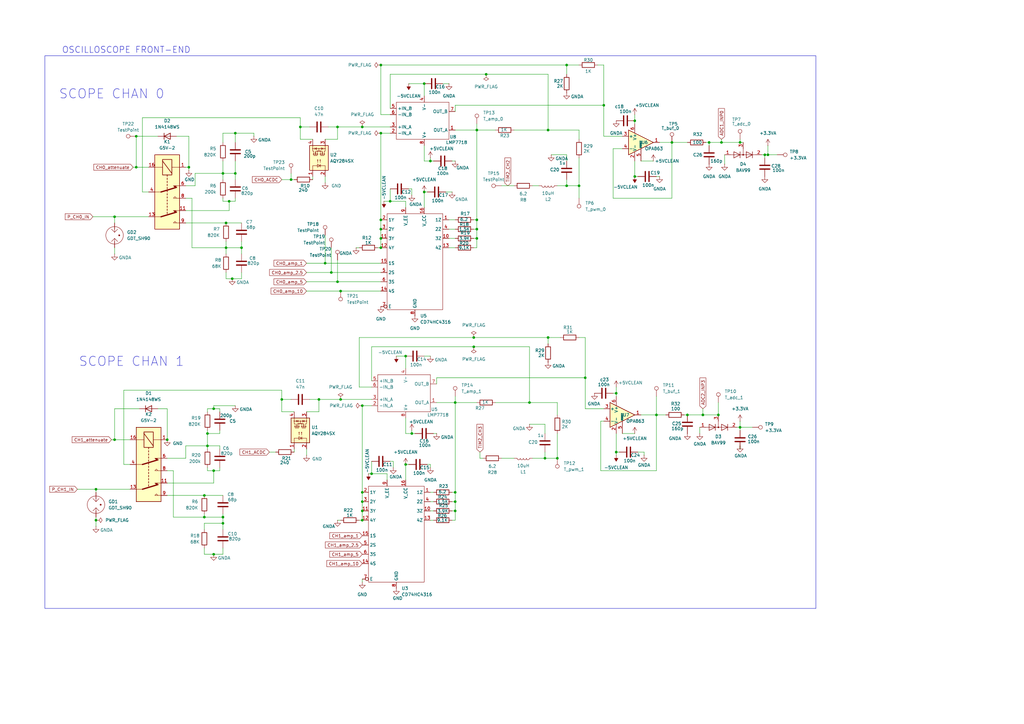
<source format=kicad_sch>
(kicad_sch (version 20250114) (generator "eeschema") (generator_version "9.0")
  (paper "A3")
  (rectangle (start 18.415 22.86) (end 334.645 249.555))
  (text "OSCILLOSCOPE FRONT-END" (at 25.4 22.098 0) (effects (font (size 2.54 2.54)) (justify left bottom)))
  (text "SCOPE CHAN 0\n" (at 24.13 40.894 0) (effects (font (size 3.81 3.81)) (justify left bottom)))
  (text "SCOPE CHAN 1" (at 32.258 150.622 0) (effects (font (size 3.81 3.81)) (justify left bottom)))
  (junction (at 260.35 49.53))
  (junction (at 156.21 26.67))
  (junction (at 46.99 180.34))
  (junction (at 39.37 200.66))
  (junction (at 85.09 182.88))
  (junction (at 232.41 26.67))
  (junction (at 91.44 212.09))
  (junction (at 96.52 71.12))
  (junction (at 195.58 90.17))
  (junction (at 139.7 119.38))
  (junction (at 91.44 71.12))
  (junction (at 156.21 101.6))
  (junction (at 83.82 212.09))
  (junction (at 130.81 163.83))
  (junction (at 87.63 227.33))
  (junction (at 148.59 213.36))
  (junction (at 46.99 88.9))
  (junction (at 186.69 165.1))
  (junction (at 83.82 203.2))
  (junction (at 68.58 180.34))
  (junction (at 156.21 90.17))
  (junction (at 195.58 53.34))
  (junction (at 148.59 201.93))
  (junction (at 115.57 163.83))
  (junction (at 119.38 73.66))
  (junction (at 290.83 58.42))
  (junction (at 85.09 177.8))
  (junction (at 148.59 205.74))
  (junction (at 148.59 52.07))
  (junction (at 160.02 82.55))
  (junction (at 156.21 97.79))
  (junction (at 166.37 190.5))
  (junction (at 87.63 167.64))
  (junction (at 195.58 93.98))
  (junction (at 186.69 201.93))
  (junction (at 228.6 187.96))
  (junction (at 138.43 115.57))
  (junction (at 166.37 146.05))
  (junction (at 92.71 91.44))
  (junction (at 138.43 52.07))
  (junction (at 173.99 34.29))
  (junction (at 99.06 101.6))
  (junction (at 152.4 194.31))
  (junction (at 39.37 213.36))
  (junction (at 252.73 161.29))
  (junction (at 288.29 170.18))
  (junction (at 295.91 58.42))
  (junction (at 281.94 170.18))
  (junction (at 87.63 193.04))
  (junction (at 303.53 175.26))
  (junction (at 148.59 209.55))
  (junction (at 156.21 54.61))
  (junction (at 240.03 154.94))
  (junction (at 232.41 76.2))
  (junction (at 148.59 166.37))
  (junction (at 55.88 68.58))
  (junction (at 133.35 107.95))
  (junction (at 186.69 209.55))
  (junction (at 217.17 165.1))
  (junction (at 224.79 138.43))
  (junction (at 173.99 78.74))
  (junction (at 223.52 187.96))
  (junction (at 91.44 214.63))
  (junction (at 123.19 52.07))
  (junction (at 247.65 43.18))
  (junction (at 224.79 53.34))
  (junction (at 176.53 66.04))
  (junction (at 55.88 55.88))
  (junction (at 252.73 185.42))
  (junction (at 156.21 93.98))
  (junction (at 294.64 170.18))
  (junction (at 194.31 142.24))
  (junction (at 95.25 114.3))
  (junction (at 139.7 163.83))
  (junction (at 237.49 76.2))
  (junction (at 168.91 177.8))
  (junction (at 195.58 97.79))
  (junction (at 275.59 58.42))
  (junction (at 186.69 205.74))
  (junction (at 77.47 68.58))
  (junction (at 92.71 101.6))
  (junction (at 96.52 54.61))
  (junction (at 260.35 72.39))
  (junction (at 314.96 63.5))
  (junction (at 269.24 170.18))
  (junction (at 303.53 58.42))
  (junction (at 93.98 82.55))
  (junction (at 194.31 138.43))
  (junction (at 199.39 30.48))
  (junction (at 135.89 111.76))
  (junction (at 313.69 63.5))
  (wire (pts (xy 83.82 214.63) (xy 91.44 214.63)))
  (wire (pts (xy 303.53 57.15) (xy 303.53 58.42)))
  (wire (pts (xy 156.21 90.17) (xy 156.21 93.98)))
  (wire (pts (xy 46.99 180.34) (xy 53.34 180.34)))
  (wire (pts (xy 162.56 146.05) (xy 166.37 146.05)))
  (wire (pts (xy 186.69 165.1) (xy 195.58 165.1)))
  (wire (pts (xy 179.07 165.1) (xy 186.69 165.1)))
  (wire (pts (xy 251.46 60.96) (xy 251.46 81.28)))
  (wire (pts (xy 125.73 184.15) (xy 125.73 186.69)))
  (wire (pts (xy 78.74 81.28) (xy 78.74 101.6)))
  (wire (pts (xy 87.63 167.64) (xy 90.17 167.64)))
  (wire (pts (xy 185.42 66.04) (xy 186.69 66.04)))
  (wire (pts (xy 223.52 185.42) (xy 223.52 187.96)))
  (wire (pts (xy 195.58 53.34) (xy 203.2 53.34)))
  (wire (pts (xy 186.69 165.1) (xy 186.69 201.93)))
  (wire (pts (xy 31.75 200.66) (xy 39.37 200.66)))
  (wire (pts (xy 228.6 187.96) (xy 228.6 177.8)))
  (wire (pts (xy 83.82 227.33) (xy 87.63 227.33)))
  (wire (pts (xy 166.37 190.5) (xy 167.64 190.5)))
  (wire (pts (xy 176.53 190.5) (xy 175.26 190.5)))
  (wire (pts (xy 85.09 193.04) (xy 85.09 191.77)))
  (wire (pts (xy 224.79 138.43) (xy 224.79 140.97)))
  (wire (pts (xy 76.2 81.28) (xy 78.74 81.28)))
  (wire (pts (xy 195.58 50.8) (xy 195.58 53.34)))
  (wire (pts (xy 115.57 163.83) (xy 119.38 163.83)))
  (wire (pts (xy 223.52 187.96) (xy 228.6 187.96)))
  (wire (pts (xy 290.83 58.42) (xy 289.56 58.42)))
  (wire (pts (xy 92.71 101.6) (xy 92.71 99.06)))
  (wire (pts (xy 72.39 55.88) (xy 77.47 55.88)))
  (wire (pts (xy 314.96 59.69) (xy 314.96 63.5)))
  (wire (pts (xy 205.74 187.96) (xy 210.82 187.96)))
  (wire (pts (xy 85.09 182.88) (xy 90.17 182.88)))
  (wire (pts (xy 167.64 34.29) (xy 173.99 34.29)))
  (wire (pts (xy 199.39 30.48) (xy 224.79 30.48)))
  (wire (pts (xy 176.53 205.74) (xy 177.8 205.74)))
  (wire (pts (xy 186.69 162.56) (xy 186.69 165.1)))
  (wire (pts (xy 91.44 214.63) (xy 91.44 217.17)))
  (wire (pts (xy 92.71 111.76) (xy 92.71 114.3)))
  (wire (pts (xy 80.01 76.2) (xy 80.01 71.12)))
  (wire (pts (xy 226.06 63.5) (xy 232.41 63.5)))
  (wire (pts (xy 295.91 57.15) (xy 295.91 58.42)))
  (wire (pts (xy 210.82 53.34) (xy 224.79 53.34)))
  (wire (pts (xy 166.37 177.8) (xy 166.37 171.45)))
  (wire (pts (xy 303.53 172.72) (xy 303.53 175.26)))
  (wire (pts (xy 90.17 191.77) (xy 90.17 193.04)))
  (wire (pts (xy 68.58 180.34) (xy 68.58 167.64)))
  (wire (pts (xy 173.99 78.74) (xy 173.99 85.09)))
  (wire (pts (xy 290.83 58.42) (xy 295.91 58.42)))
  (wire (pts (xy 110.49 185.42) (xy 113.03 185.42)))
  (wire (pts (xy 294.64 165.1) (xy 294.64 170.18)))
  (wire (pts (xy 232.41 63.5) (xy 232.41 66.04)))
  (wire (pts (xy 151.13 194.31) (xy 152.4 194.31)))
  (wire (pts (xy 252.73 161.29) (xy 252.73 162.56)))
  (wire (pts (xy 161.29 189.23) (xy 161.29 191.77)))
  (wire (pts (xy 247.65 26.67) (xy 247.65 43.18)))
  (wire (pts (xy 87.63 167.64) (xy 87.63 166.37)))
  (wire (pts (xy 128.27 72.39) (xy 128.27 73.66)))
  (wire (pts (xy 123.19 48.26) (xy 123.19 52.07)))
  (wire (pts (xy 138.43 213.36) (xy 139.7 213.36)))
  (wire (pts (xy 76.2 91.44) (xy 92.71 91.44)))
  (wire (pts (xy 91.44 227.33) (xy 91.44 224.79)))
  (wire (pts (xy 184.15 97.79) (xy 186.69 97.79)))
  (wire (pts (xy 303.53 175.26) (xy 303.53 176.53)))
  (wire (pts (xy 46.99 101.6) (xy 46.99 104.14)))
  (wire (pts (xy 252.73 185.42) (xy 254 185.42)))
  (wire (pts (xy 83.82 224.79) (xy 83.82 227.33)))
  (wire (pts (xy 173.99 34.29) (xy 173.99 39.37)))
  (wire (pts (xy 313.69 63.5) (xy 313.69 64.77)))
  (wire (pts (xy 152.4 166.37) (xy 148.59 166.37)))
  (wire (pts (xy 91.44 66.04) (xy 91.44 71.12)))
  (wire (pts (xy 58.42 78.74) (xy 58.42 48.26)))
  (wire (pts (xy 99.06 104.14) (xy 99.06 101.6)))
  (wire (pts (xy 55.88 55.88) (xy 55.88 68.58)))
  (wire (pts (xy 179.07 154.94) (xy 179.07 157.48)))
  (wire (pts (xy 76.2 86.36) (xy 93.98 86.36)))
  (wire (pts (xy 125.73 115.57) (xy 138.43 115.57)))
  (wire (pts (xy 184.15 34.29) (xy 181.61 34.29)))
  (wire (pts (xy 55.88 55.88) (xy 64.77 55.88)))
  (wire (pts (xy 245.11 26.67) (xy 247.65 26.67)))
  (wire (pts (xy 184.15 93.98) (xy 186.69 93.98)))
  (wire (pts (xy 158.75 194.31) (xy 158.75 196.85)))
  (wire (pts (xy 93.98 86.36) (xy 93.98 82.55)))
  (wire (pts (xy 186.69 201.93) (xy 186.69 205.74)))
  (wire (pts (xy 46.99 88.9) (xy 60.96 88.9)))
  (wire (pts (xy 270.51 58.42) (xy 275.59 58.42)))
  (wire (pts (xy 134.62 52.07) (xy 138.43 52.07)))
  (wire (pts (xy 156.21 26.67) (xy 156.21 46.99)))
  (wire (pts (xy 46.99 167.64) (xy 57.15 167.64)))
  (wire (pts (xy 195.58 53.34) (xy 195.58 90.17)))
  (wire (pts (xy 255.27 60.96) (xy 251.46 60.96)))
  (wire (pts (xy 173.99 66.04) (xy 176.53 66.04)))
  (wire (pts (xy 186.69 43.18) (xy 186.69 45.72)))
  (wire (pts (xy 50.8 160.02) (xy 115.57 160.02)))
  (wire (pts (xy 196.85 187.96) (xy 198.12 187.96)))
  (wire (pts (xy 252.73 177.8) (xy 252.73 185.42)))
  (wire (pts (xy 176.53 191.77) (xy 176.53 190.5)))
  (wire (pts (xy 139.7 163.83) (xy 152.4 163.83)))
  (wire (pts (xy 152.4 194.31) (xy 158.75 194.31)))
  (wire (pts (xy 246.38 172.72) (xy 246.38 193.04)))
  (wire (pts (xy 128.27 57.15) (xy 123.19 57.15)))
  (wire (pts (xy 46.99 180.34) (xy 46.99 167.64)))
  (wire (pts (xy 297.18 63.5) (xy 297.18 67.31)))
  (wire (pts (xy 120.65 168.91) (xy 115.57 168.91)))
  (wire (pts (xy 168.91 177.8) (xy 170.18 177.8)))
  (wire (pts (xy 232.41 76.2) (xy 237.49 76.2)))
  (wire (pts (xy 166.37 146.05) (xy 166.37 151.13)))
  (wire (pts (xy 195.58 97.79) (xy 195.58 101.6)))
  (wire (pts (xy 123.19 52.07) (xy 123.19 57.15)))
  (wire (pts (xy 91.44 214.63) (xy 91.44 212.09)))
  (wire (pts (xy 76.2 187.96) (xy 76.2 182.88)))
  (wire (pts (xy 54.61 68.58) (xy 55.88 68.58)))
  (wire (pts (xy 157.48 82.55) (xy 160.02 82.55)))
  (wire (pts (xy 119.38 71.12) (xy 119.38 73.66)))
  (wire (pts (xy 186.69 209.55) (xy 186.69 213.36)))
  (wire (pts (xy 269.24 193.04) (xy 269.24 170.18)))
  (wire (pts (xy 83.82 210.82) (xy 83.82 212.09)))
  (wire (pts (xy 264.16 185.42) (xy 264.16 186.69)))
  (wire (pts (xy 125.73 119.38) (xy 139.7 119.38)))
  (wire (pts (xy 160.02 82.55) (xy 166.37 82.55)))
  (wire (pts (xy 281.94 170.18) (xy 288.29 170.18)))
  (wire (pts (xy 96.52 54.61) (xy 96.52 58.42)))
  (wire (pts (xy 92.71 101.6) (xy 78.74 101.6)))
  (wire (pts (xy 295.91 58.42) (xy 303.53 58.42)))
  (wire (pts (xy 156.21 46.99) (xy 160.02 46.99)))
  (wire (pts (xy 68.58 193.04) (xy 71.12 193.04)))
  (wire (pts (xy 156.21 97.79) (xy 156.21 101.6)))
  (wire (pts (xy 186.69 213.36) (xy 185.42 213.36)))
  (wire (pts (xy 156.21 54.61) (xy 156.21 90.17)))
  (wire (pts (xy 38.1 88.9) (xy 46.99 88.9)))
  (wire (pts (xy 166.37 190.5) (xy 166.37 196.85)))
  (wire (pts (xy 85.09 182.88) (xy 85.09 177.8)))
  (wire (pts (xy 133.35 96.52) (xy 133.35 107.95)))
  (wire (pts (xy 138.43 106.68) (xy 138.43 115.57)))
  (wire (pts (xy 185.42 201.93) (xy 186.69 201.93)))
  (wire (pts (xy 224.79 138.43) (xy 229.87 138.43)))
  (wire (pts (xy 237.49 76.2) (xy 237.49 81.28)))
  (wire (pts (xy 91.44 71.12) (xy 96.52 71.12)))
  (wire (pts (xy 68.58 198.12) (xy 87.63 198.12)))
  (wire (pts (xy 290.83 59.69) (xy 290.83 58.42)))
  (wire (pts (xy 39.37 213.36) (xy 39.37 215.9)))
  (wire (pts (xy 218.44 187.96) (xy 223.52 187.96)))
  (wire (pts (xy 223.52 173.99) (xy 217.17 173.99)))
  (wire (pts (xy 148.59 237.49) (xy 148.59 238.76)))
  (wire (pts (xy 85.09 184.15) (xy 85.09 182.88)))
  (wire (pts (xy 152.4 189.23) (xy 152.4 194.31)))
  (wire (pts (xy 39.37 200.66) (xy 39.37 201.93)))
  (wire (pts (xy 186.69 209.55) (xy 185.42 209.55)))
  (wire (pts (xy 168.91 77.47) (xy 168.91 80.01)))
  (wire (pts (xy 68.58 187.96) (xy 76.2 187.96)))
  (wire (pts (xy 303.53 184.15) (xy 303.53 182.88)))
  (wire (pts (xy 176.53 201.93) (xy 177.8 201.93)))
  (wire (pts (xy 115.57 73.66) (xy 119.38 73.66)))
  (wire (pts (xy 194.31 90.17) (xy 195.58 90.17)))
  (wire (pts (xy 186.69 43.18) (xy 247.65 43.18)))
  (wire (pts (xy 269.24 170.18) (xy 273.05 170.18)))
  (wire (pts (xy 160.02 30.48) (xy 199.39 30.48)))
  (wire (pts (xy 68.58 167.64) (xy 64.77 167.64)))
  (wire (pts (xy 45.72 180.34) (xy 46.99 180.34)))
  (wire (pts (xy 154.94 101.6) (xy 156.21 101.6)))
  (wire (pts (xy 60.96 78.74) (xy 58.42 78.74)))
  (wire (pts (xy 166.37 177.8) (xy 168.91 177.8)))
  (wire (pts (xy 85.09 168.91) (xy 85.09 167.64)))
  (wire (pts (xy 83.82 203.2) (xy 91.44 203.2)))
  (wire (pts (xy 167.64 77.47) (xy 168.91 77.47)))
  (wire (pts (xy 195.58 90.17) (xy 195.58 93.98)))
  (wire (pts (xy 90.17 177.8) (xy 90.17 176.53)))
  (wire (pts (xy 252.73 186.69) (xy 252.73 185.42)))
  (wire (pts (xy 237.49 64.77) (xy 237.49 76.2)))
  (wire (pts (xy 196.85 185.42) (xy 196.85 187.96)))
  (wire (pts (xy 270.51 72.39) (xy 269.24 72.39)))
  (wire (pts (xy 46.99 88.9) (xy 46.99 91.44)))
  (wire (pts (xy 127 163.83) (xy 130.81 163.83)))
  (wire (pts (xy 91.44 212.09) (xy 91.44 210.82)))
  (wire (pts (xy 275.59 58.42) (xy 281.94 58.42)))
  (wire (pts (xy 139.7 119.38) (xy 156.21 119.38)))
  (wire (pts (xy 176.53 64.77) (xy 176.53 66.04)))
  (wire (pts (xy 185.42 205.74) (xy 186.69 205.74)))
  (wire (pts (xy 146.05 101.6) (xy 147.32 101.6)))
  (wire (pts (xy 303.53 175.26) (xy 308.61 175.26)))
  (wire (pts (xy 237.49 26.67) (xy 232.41 26.67)))
  (wire (pts (xy 92.71 114.3) (xy 95.25 114.3)))
  (wire (pts (xy 91.44 54.61) (xy 96.52 54.61)))
  (wire (pts (xy 133.35 57.15) (xy 138.43 57.15)))
  (wire (pts (xy 85.09 177.8) (xy 90.17 177.8)))
  (wire (pts (xy 147.32 138.43) (xy 147.32 158.75)))
  (wire (pts (xy 179.07 154.94) (xy 240.03 154.94)))
  (wire (pts (xy 160.02 30.48) (xy 160.02 44.45)))
  (wire (pts (xy 87.63 227.33) (xy 91.44 227.33)))
  (wire (pts (xy 99.06 114.3) (xy 99.06 111.76)))
  (wire (pts (xy 96.52 54.61) (xy 104.14 54.61)))
  (wire (pts (xy 260.35 72.39) (xy 261.62 72.39)))
  (wire (pts (xy 176.53 209.55) (xy 177.8 209.55)))
  (wire (pts (xy 90.17 193.04) (xy 87.63 193.04)))
  (wire (pts (xy 93.98 82.55) (xy 91.44 82.55)))
  (wire (pts (xy 240.03 138.43) (xy 240.03 154.94)))
  (wire (pts (xy 247.65 43.18) (xy 247.65 55.88)))
  (wire (pts (xy 228.6 165.1) (xy 217.17 165.1)))
  (wire (pts (xy 119.38 73.66) (xy 120.65 73.66)))
  (wire (pts (xy 156.21 93.98) (xy 156.21 97.79)))
  (wire (pts (xy 160.02 77.47) (xy 160.02 82.55)))
  (wire (pts (xy 77.47 68.58) (xy 76.2 68.58)))
  (wire (pts (xy 260.35 46.99) (xy 260.35 49.53)))
  (wire (pts (xy 147.32 158.75) (xy 152.4 158.75)))
  (wire (pts (xy 237.49 57.15) (xy 237.49 53.34)))
  (wire (pts (xy 91.44 71.12) (xy 91.44 73.66)))
  (wire (pts (xy 203.2 165.1) (xy 217.17 165.1)))
  (wire (pts (xy 92.71 101.6) (xy 99.06 101.6)))
  (wire (pts (xy 228.6 170.18) (xy 228.6 165.1)))
  (wire (pts (xy 115.57 160.02) (xy 115.57 163.83)))
  (wire (pts (xy 156.21 26.67) (xy 232.41 26.67)))
  (wire (pts (xy 85.09 177.8) (xy 85.09 176.53)))
  (wire (pts (xy 76.2 182.88) (xy 85.09 182.88)))
  (wire (pts (xy 80.01 71.12) (xy 91.44 71.12)))
  (wire (pts (xy 217.17 142.24) (xy 217.17 165.1)))
  (wire (pts (xy 228.6 76.2) (xy 232.41 76.2)))
  (wire (pts (xy 240.03 154.94) (xy 240.03 167.64)))
  (wire (pts (xy 87.63 166.37) (xy 96.52 166.37)))
  (wire (pts (xy 138.43 52.07) (xy 148.59 52.07)))
  (wire (pts (xy 90.17 182.88) (xy 90.17 184.15)))
  (wire (pts (xy 120.65 184.15) (xy 120.65 185.42)))
  (wire (pts (xy 91.44 82.55) (xy 91.44 81.28)))
  (wire (pts (xy 160.02 54.61) (xy 156.21 54.61)))
  (wire (pts (xy 195.58 101.6) (xy 194.31 101.6)))
  (wire (pts (xy 83.82 217.17) (xy 83.82 214.63)))
  (wire (pts (xy 83.82 212.09) (xy 71.12 212.09)))
  (wire (pts (xy 135.89 111.76) (xy 156.21 111.76)))
  (wire (pts (xy 184.15 90.17) (xy 186.69 90.17)))
  (wire (pts (xy 184.15 101.6) (xy 186.69 101.6)))
  (wire (pts (xy 147.32 138.43) (xy 194.31 138.43)))
  (wire (pts (xy 148.59 52.07) (xy 160.02 52.07)))
  (wire (pts (xy 260.35 49.53) (xy 260.35 50.8)))
  (wire (pts (xy 185.42 78.74) (xy 182.88 78.74)))
  (wire (pts (xy 313.69 63.5) (xy 314.96 63.5)))
  (wire (pts (xy 223.52 177.8) (xy 223.52 173.99)))
  (wire (pts (xy 130.81 163.83) (xy 139.7 163.83)))
  (wire (pts (xy 288.29 170.18) (xy 294.64 170.18)))
  (wire (pts (xy 262.89 170.18) (xy 269.24 170.18)))
  (wire (pts (xy 194.31 93.98) (xy 195.58 93.98)))
  (wire (pts (xy 91.44 54.61) (xy 91.44 58.42)))
  (wire (pts (xy 186.69 53.34) (xy 195.58 53.34)))
  (wire (pts (xy 195.58 97.79) (xy 194.31 97.79)))
  (wire (pts (xy 152.4 156.21) (xy 152.4 142.24)))
  (wire (pts (xy 160.02 189.23) (xy 161.29 189.23)))
  (wire (pts (xy 232.41 26.67) (xy 232.41 30.48)))
  (wire (pts (xy 125.73 168.91) (xy 130.81 168.91)))
  (wire (pts (xy 147.32 213.36) (xy 148.59 213.36)))
  (wire (pts (xy 194.31 142.24) (xy 217.17 142.24)))
  (wire (pts (xy 95.25 114.3) (xy 99.06 114.3)))
  (wire (pts (xy 87.63 193.04) (xy 85.09 193.04)))
  (wire (pts (xy 260.35 66.04) (xy 260.35 72.39)))
  (wire (pts (xy 85.09 167.64) (xy 87.63 167.64)))
  (wire (pts (xy 267.97 66.04) (xy 262.89 66.04)))
  (wire (pts (xy 77.47 55.88) (xy 77.47 68.58)))
  (wire (pts (xy 96.52 81.28) (xy 96.52 82.55)))
  (wire (pts (xy 287.02 177.8) (xy 287.02 175.26)))
  (wire (pts (xy 99.06 101.6) (xy 99.06 99.06)))
  (wire (pts (xy 92.71 101.6) (xy 92.71 104.14)))
  (wire (pts (xy 148.59 166.37) (xy 148.59 201.93)))
  (wire (pts (xy 247.65 55.88) (xy 255.27 55.88)))
  (wire (pts (xy 166.37 82.55) (xy 166.37 85.09)))
  (wire (pts (xy 104.14 54.61) (xy 104.14 55.88)))
  (wire (pts (xy 90.17 167.64) (xy 90.17 168.91)))
  (wire (pts (xy 39.37 212.09) (xy 39.37 213.36)))
  (wire (pts (xy 96.52 82.55) (xy 93.98 82.55)))
  (wire (pts (xy 176.53 213.36) (xy 177.8 213.36)))
  (wire (pts (xy 177.8 177.8) (xy 179.07 177.8)))
  (wire (pts (xy 96.52 71.12) (xy 96.52 73.66)))
  (wire (pts (xy 173.99 78.74) (xy 175.26 78.74)))
  (wire (pts (xy 194.31 138.43) (xy 224.79 138.43)))
  (wire (pts (xy 148.59 201.93) (xy 148.59 205.74)))
  (wire (pts (xy 312.42 63.5) (xy 313.69 63.5)))
  (wire (pts (xy 302.26 175.26) (xy 303.53 175.26)))
  (wire (pts (xy 39.37 200.66) (xy 53.34 200.66)))
  (wire (pts (xy 138.43 57.15) (xy 138.43 52.07)))
  (wire (pts (xy 247.65 172.72) (xy 246.38 172.72)))
  (wire (pts (xy 255.27 177.8) (xy 260.35 177.8)))
  (wire (pts (xy 251.46 161.29) (xy 252.73 161.29)))
  (wire (pts (xy 53.34 190.5) (xy 50.8 190.5)))
  (wire (pts (xy 58.42 48.26) (xy 123.19 48.26)))
  (wire (pts (xy 237.49 138.43) (xy 240.03 138.43)))
  (wire (pts (xy 50.8 190.5) (xy 50.8 160.02)))
  (wire (pts (xy 68.58 203.2) (xy 83.82 203.2)))
  (wire (pts (xy 176.53 66.04) (xy 177.8 66.04)))
  (wire (pts (xy 246.38 193.04) (xy 269.24 193.04)))
  (wire (pts (xy 176.53 146.05) (xy 173.99 146.05)))
  (wire (pts (xy 251.46 81.28) (xy 275.59 81.28)))
  (wire (pts (xy 261.62 185.42) (xy 264.16 185.42)))
  (wire (pts (xy 148.59 205.74) (xy 148.59 209.55)))
  (wire (pts (xy 148.59 209.55) (xy 148.59 213.36)))
  (wire (pts (xy 252.73 158.75) (xy 252.73 161.29)))
  (wire (pts (xy 240.03 167.64) (xy 247.65 167.64)))
  (wire (pts (xy 71.12 193.04) (xy 71.12 212.09)))
  (wire (pts (xy 55.88 68.58) (xy 60.96 68.58)))
  (wire (pts (xy 173.99 66.04) (xy 173.99 59.69)))
  (wire (pts (xy 269.24 162.56) (xy 269.24 170.18)))
  (wire (pts (xy 133.35 107.95) (xy 156.21 107.95)))
  (wire (pts (xy 96.52 66.04) (xy 96.52 71.12)))
  (wire (pts (xy 130.81 168.91) (xy 130.81 163.83)))
  (wire (pts (xy 303.53 58.42) (xy 304.8 58.42)))
  (wire (pts (xy 138.43 115.57) (xy 156.21 115.57)))
  (wire (pts (xy 224.79 30.48) (xy 224.79 53.34)))
  (wire (pts (xy 288.29 167.64) (xy 288.29 170.18)))
  (wire (pts (xy 275.59 58.42) (xy 275.59 81.28)))
  (wire (pts (xy 314.96 63.5) (xy 318.77 63.5)))
  (wire (pts (xy 186.69 205.74) (xy 186.69 209.55)))
  (wire (pts (xy 281.94 170.18) (xy 280.67 170.18)))
  (wire (pts (xy 77.47 69.85) (xy 77.47 68.58)))
  (wire (pts (xy 125.73 111.76) (xy 135.89 111.76)))
  (wire (pts (xy 168.91 176.53) (xy 168.91 177.8)))
  (wire (pts (xy 152.4 142.24) (xy 194.31 142.24)))
  (wire (pts (xy 123.19 52.07) (xy 127 52.07)))
  (wire (pts (xy 83.82 212.09) (xy 91.44 212.09)))
  (wire (pts (xy 133.35 72.39) (xy 133.35 74.93)))
  (wire (pts (xy 232.41 73.66) (xy 232.41 76.2)))
  (wire (pts (xy 195.58 93.98) (xy 195.58 97.79)))
  (wire (pts (xy 218.44 76.2) (xy 220.98 76.2)))
  (wire (pts (xy 115.57 168.91) (xy 115.57 163.83)))
  (wire (pts (xy 125.73 107.95) (xy 133.35 107.95)))
  (wire (pts (xy 205.74 76.2) (xy 210.82 76.2)))
  (wire (pts (xy 237.49 53.34) (xy 224.79 53.34)))
  (wire (pts (xy 135.89 101.6) (xy 135.89 111.76)))
  (wire (pts (xy 87.63 198.12) (xy 87.63 193.04)))
  (wire (pts (xy 92.71 91.44) (xy 99.06 91.44)))
  (wire (pts (xy 76.2 76.2) (xy 80.01 76.2)))
  (global_label "CH1_amp_1" (shape input) (at 148.59 219.71 180) (property "Intersheetrefs" "${INTERSHEET_REFS}" (effects (hide yes))))
  (global_label "P_CH0_IN" (shape input) (at 38.1 88.9 180) (property "Intersheetrefs" "${INTERSHEET_REFS}" (effects (hide yes))))
  (global_label "ADC1_INP0" (shape input) (at 295.91 57.15 90) (property "Intersheetrefs" "${INTERSHEET_REFS}" (effects (hide yes))))
  (global_label "CH1_attenuate" (shape input) (at 45.72 180.34 180) (property "Intersheetrefs" "${INTERSHEET_REFS}" (effects (hide yes))))
  (global_label "CH0_ACDC" (shape input) (at 115.57 73.66 180) (property "Intersheetrefs" "${INTERSHEET_REFS}" (effects (hide yes))))
  (global_label "CH1_ACDC" (shape input) (at 110.49 185.42 180) (property "Intersheetrefs" "${INTERSHEET_REFS}" (effects (hide yes))))
  (global_label "CH0_amp_2.5" (shape input) (at 125.73 111.76 180) (property "Intersheetrefs" "${INTERSHEET_REFS}" (effects (hide yes))))
  (global_label "CH1_amp_5" (shape input) (at 148.59 227.33 180) (property "Intersheetrefs" "${INTERSHEET_REFS}" (effects (hide yes))))
  (global_label "CH1_amp_10" (shape input) (at 148.59 231.14 180) (property "Intersheetrefs" "${INTERSHEET_REFS}" (effects (hide yes))))
  (global_label "CH1_amp_2.5" (shape input) (at 148.59 223.52 180) (property "Intersheetrefs" "${INTERSHEET_REFS}" (effects (hide yes))))
  (global_label "CH0_attenuate" (shape input) (at 54.61 68.58 180) (property "Intersheetrefs" "${INTERSHEET_REFS}" (effects (hide yes))))
  (global_label "CH0_amp_1" (shape input) (at 125.73 107.95 180) (property "Intersheetrefs" "${INTERSHEET_REFS}" (effects (hide yes))))
  (global_label "CH0_amp_5" (shape input) (at 125.73 115.57 180) (property "Intersheetrefs" "${INTERSHEET_REFS}" (effects (hide yes))))
  (global_label "TIM2_CH2" (shape input) (at 208.28 76.2 90) (property "Intersheetrefs" "${INTERSHEET_REFS}" (effects (hide yes))))
  (global_label "CH0_amp_10" (shape input) (at 125.73 119.38 180) (property "Intersheetrefs" "${INTERSHEET_REFS}" (effects (hide yes))))
  (global_label "ADC2_INP3" (shape input) (at 288.29 167.64 90) (property "Intersheetrefs" "${INTERSHEET_REFS}" (effects (hide yes))))
  (global_label "P_CH1_IN" (shape input) (at 31.75 200.66 180) (property "Intersheetrefs" "${INTERSHEET_REFS}" (effects (hide yes))))
  (global_label "TIM2_CH3" (shape input) (at 196.85 185.42 90) (property "Intersheetrefs" "${INTERSHEET_REFS}" (effects (hide yes))))
  (symbol (lib_id "power:GNDA") (at 297.18 67.31 0) (unit 1)
    (property "Reference" "#PWR050" (effects (hide yes)))
    (property "Value" "GNDA" (at 297.18 72.39 0))
  )
  (symbol (lib_id "Connector:TestPoint") (at 294.64 165.1 0) (unit 1)
    (property "Reference" "TP10" (at 297.18 160.5279 0) (effects (justify left)))
    (property "Value" "T_adc_1" (at 297.18 163.0679 0) (effects (justify left)))
    (property "Footprint" "TestPoint:TestPoint_Pad_D2.0mm" (effects (hide yes)))
    (property "Description" "test point" (effects (hide yes)))
  )
  (symbol (lib_id "Connector:TestPoint") (at 195.58 50.8 0) (unit 1)
    (property "Reference" "TP13" (at 198.12 46.2279 0) (effects (justify left)))
    (property "Value" "T_amp_0" (at 198.12 48.7679 0) (effects (justify left)))
    (property "Footprint" "TestPoint:TestPoint_Pad_D2.0mm" (effects (hide yes)))
    (property "Description" "test point" (effects (hide yes)))
  )
  (symbol (lib_id "power:GND") (at 138.43 213.36 0) (unit 1)
    (property "Reference" "#PWR011" (effects (hide yes)))
    (property "Value" "GNDA" (at 134.874 215.9 0))
    (property "Description" "Power symbol creates a global label with name \"GND\" , ground" (effects (hide yes)))
  )
  (symbol (lib_id "Device:R") (at 83.82 207.01 0) (mirror x) (unit 1)
    (property "Reference" "R6" (at 81.28 205.7399 0) (effects (justify right)))
    (property "Value" "820K" (at 81.28 208.2799 0) (effects (justify right)))
    (property "Footprint" "Resistor_SMD:R_0603_1608Metric_Pad0.98x0.95mm_HandSolder" (effects (hide yes)))
  )
  (symbol (lib_name "-5V_3") (lib_id "power:-5V") (at 162.56 146.05 180) (unit 1)
    (property "Reference" "#PWR019" (effects (hide yes)))
    (property "Value" "-5VCLEAN" (at 160.02 144.526 0))
    (property "Description" "Power symbol creates a global label with name \"-5V\"" (effects (hide yes)))
  )
  (symbol (lib_id "Device:C") (at 177.8 34.29 90) (unit 1)
    (property "Reference" "C16" (at 180.594 35.56 90))
    (property "Value" "100n" (at 178.2572 37.846 90))
    (property "Footprint" "Capacitor_SMD:C_0603_1608Metric_Pad1.08x0.95mm_HandSolder" (effects (hide yes)))
  )
  (symbol (lib_id "USBLabTool:CD74HC4316") (at 157.48 86.36 0) (unit 1)
    (property "Reference" "U5" (at 172.3233 129.54 0) (effects (justify left)))
    (property "Value" "CD74HC4316" (at 172.3233 132.08 0) (effects (justify left)))
    (property "Footprint" "Package_SO:TSSOP-16_4.4x5mm_P0.65mm" (effects (hide yes)))
    (property "Datasheet" "https://www.ti.com/lit/ds/symlink/cd74hc4316.pdf" (effects (hide yes)))
    (property "Description" "CD74HC4316PWR" (effects (hide yes)))
  )
  (symbol (lib_id "power:+5V") (at 260.35 46.99 0) (unit 1)
    (property "Reference" "#PWR043" (effects (hide yes)))
    (property "Value" "+5VCLEAN" (at 265.43 43.18 0))
    (property "Description" "Power symbol creates a global label with name \"+5V\"" (effects (hide yes)))
  )
  (symbol (lib_id "power:-5V") (at 157.48 82.55 180) (unit 1)
    (property "Reference" "#PWR016" (effects (hide yes)))
    (property "Value" "-5VCLEAN" (at 157.48 76.962 90))
    (property "Description" "Power symbol creates a global label with name \"-5V\"" (effects (hide yes)))
  )
  (symbol (lib_id "Device:R") (at 181.61 201.93 90) (unit 1)
    (property "Reference" "R23" (at 181.8894 199.4154 90))
    (property "Value" "6.2" (at 181.4322 201.7268 90))
    (property "Footprint" "Resistor_SMD:R_0603_1608Metric_Pad0.98x0.95mm_HandSolder" (effects (hide yes)))
  )
  (symbol (lib_id "Device:R") (at 190.5 90.17 90) (unit 1)
    (property "Reference" "R17" (at 190.7794 87.6554 90))
    (property "Value" "6.2" (at 190.3222 89.9668 90))
    (property "Footprint" "Resistor_SMD:R_0603_1608Metric_Pad0.98x0.95mm_HandSolder" (effects (hide yes)))
  )
  (symbol (lib_id "Device:R") (at 83.82 220.98 0) (mirror x) (unit 1)
    (property "Reference" "R18" (at 81.915 219.7099 0) (effects (justify right)))
    (property "Value" "68K" (at 81.915 222.2499 0) (effects (justify right)))
    (property "Footprint" "Resistor_SMD:R_0603_1608Metric_Pad0.98x0.95mm_HandSolder" (effects (hide yes)))
  )
  (symbol (lib_id "Device:R") (at 181.61 209.55 90) (unit 1)
    (property "Reference" "R25" (at 181.8894 207.3148 90))
    (property "Value" "3.9K" (at 181.61 209.55 90))
    (property "Footprint" "Resistor_SMD:R_0603_1608Metric_Pad0.98x0.95mm_HandSolder" (effects (hide yes)))
  )
  (symbol (lib_id "power:GNDA") (at 224.79 148.59 0) (unit 1)
    (property "Reference" "#PWR034" (effects (hide yes)))
    (property "Value" "GNDA" (at 229.108 150.114 0))
  )
  (symbol (lib_id "Connector:TestPoint") (at 303.53 57.15 0) (unit 1)
    (property "Reference" "TP7" (at 300.228 49.022 0) (effects (justify left)))
    (property "Value" "T_adc_0" (at 300.228 50.8 0) (effects (justify left)))
    (property "Footprint" "TestPoint:TestPoint_Pad_2.0x2.0mm" (effects (hide yes)))
    (property "Description" "test point" (effects (hide yes)))
  )
  (symbol (lib_id "Device:C") (at 265.43 72.39 90) (unit 1)
    (property "Reference" "C19" (at 268.732 70.866 90))
    (property "Value" "100n" (at 265.8872 75.946 90))
    (property "Footprint" "Capacitor_SMD:C_0603_1608Metric_Pad1.08x0.95mm_HandSolder" (effects (hide yes)))
  )
  (symbol (lib_id "Device:R") (at 232.41 34.29 0) (unit 1)
    (property "Reference" "R27" (at 227.076 33.274 0) (effects (justify left)))
    (property "Value" "2K" (at 228.346 35.306 0) (effects (justify left)))
    (property "Footprint" "Resistor_SMD:R_0603_1608Metric_Pad0.98x0.95mm_HandSolder" (effects (hide yes)))
  )
  (symbol (lib_id "power:GNDA") (at 179.07 177.8 0) (unit 1)
    (property "Reference" "#PWR029" (effects (hide yes)))
    (property "Value" "GNDA" (at 183.388 179.324 0))
  )
  (symbol (lib_id "power:GNDA") (at 232.41 38.1 0) (unit 1)
    (property "Reference" "#PWR036" (effects (hide yes)))
    (property "Value" "GNDA" (at 236.728 39.624 0))
  )
  (symbol (lib_id "Relay:G5V-2") (at 68.58 78.74 270) (unit 1)
    (property "Reference" "K1" (at 68.58 58.1406 90))
    (property "Value" "G5V-2" (at 68.58 60.6806 90))
    (property "Footprint" "Relay_THT:Relay_DPDT_Omron_G5V-2" (effects (hide yes)))
    (property "Datasheet" "http://omronfs.omron.com/en_US/ecb/products/pdf/en-g5v_2.pdf" (effects (hide yes)))
  )
  (symbol (lib_id "Device:R") (at 233.68 138.43 90) (unit 1)
    (property "Reference" "R31" (at 232.918 134.366 90))
    (property "Value" "1K" (at 233.68 136.144 90))
    (property "Footprint" "Resistor_SMD:R_0603_1608Metric_Pad0.98x0.95mm_HandSolder" (effects (hide yes)))
  )
  (symbol (lib_name "-5V_1") (lib_id "power:-5V") (at 151.13 194.31 180) (unit 1)
    (property "Reference" "#PWR014" (effects (hide yes)))
    (property "Value" "-5VCLEAN" (at 150.622 188.976 90))
    (property "Description" "Power symbol creates a global label with name \"-5V\"" (effects (hide yes)))
  )
  (symbol (lib_id "Relay_SolidState:TLP3123") (at 130.81 64.77 90) (unit 1)
    (property "Reference" "U2" (at 135.382 63.4999 90) (effects (justify right)))
    (property "Value" "AQY284SX" (at 135.382 66.0399 90) (effects (justify right)))
    (property "Footprint" "Package_SO:SOP-4_3.8x4.1mm_P2.54mm" (effects (hide yes)))
    (property "Datasheet" "https://toshiba.semicon-storage.com/info/docget.jsp?did=10047&prodName=TLP3123" (effects (hide yes)))
  )
  (symbol (lib_id "power:GNDA") (at 287.02 177.8 0) (unit 1)
    (property "Reference" "#PWR048" (effects (hide yes)))
    (property "Value" "GNDA" (at 287.02 182.118 0))
  )
  (symbol (lib_id "Connector:TestPoint") (at 308.61 175.26 270) (unit 1)
    (property "Reference" "TP9" (at 313.69 173.9899 90) (effects (justify left)))
    (property "Value" "+3.3VA" (at 313.69 176.5299 90) (effects (justify left)))
    (property "Footprint" "TestPoint:TestPoint_Pad_D2.0mm" (effects (hide yes)))
    (property "Description" "test point" (effects (hide yes)))
  )
  (symbol (lib_id "Device:R") (at 92.71 107.95 0) (mirror x) (unit 1)
    (property "Reference" "R8" (at 90.805 106.6799 0) (effects (justify right)))
    (property "Value" "68K" (at 90.805 109.2199 0) (effects (justify right)))
    (property "Footprint" "Resistor_SMD:R_0603_1608Metric_Pad0.98x0.95mm_HandSolder" (effects (hide yes)))
  )
  (symbol (lib_id "power:+5V") (at 166.37 190.5 0) (unit 1)
    (property "Reference" "#PWR020" (effects (hide yes)))
    (property "Value" "+5VCLEAN" (at 166.37 185.42 0))
    (property "Description" "Power symbol creates a global label with name \"+5V\"" (effects (hide yes)))
  )
  (symbol (lib_id "Connector:TestPoint") (at 228.6 187.96 180) (unit 1)
    (property "Reference" "TP12" (at 231.14 189.9919 0) (effects (justify right)))
    (property "Value" "T_pwm_1" (at 231.14 192.5319 0) (effects (justify right)))
    (property "Footprint" "TestPoint:TestPoint_Pad_D2.0mm" (effects (hide yes)))
    (property "Description" "test point" (effects (hide yes)))
  )
  (symbol (lib_id "Device:C") (at 303.53 180.34 0) (unit 1)
    (property "Reference" "C26" (at 308.61 179.07 0))
    (property "Value" "100n" (at 309.118 181.102 0))
    (property "Footprint" "Capacitor_SMD:C_0603_1608Metric_Pad1.08x0.95mm_HandSolder" (effects (hide yes)))
  )
  (symbol (lib_id "Device:R") (at 190.5 101.6 90) (unit 1)
    (property "Reference" "R20" (at 190.3222 99.7458 90))
    (property "Value" "9.1K" (at 190.3222 101.6 90))
    (property "Footprint" "Resistor_SMD:R_0603_1608Metric_Pad0.98x0.95mm_HandSolder" (effects (hide yes)))
  )
  (symbol (lib_id "Device:R") (at 285.75 58.42 90) (unit 1)
    (property "Reference" "R32" (at 286.131 55.0926 90))
    (property "Value" "100" (at 286.004 58.3946 90))
    (property "Footprint" "Resistor_SMD:R_0603_1608Metric_Pad0.98x0.95mm_HandSolder" (effects (hide yes)))
  )
  (symbol (lib_id "Device:R") (at 91.44 77.47 0) (mirror y) (unit 1)
    (property "Reference" "R6" (at 88.7476 76.1999 0) (effects (justify left)))
    (property "Value" "200k" (at 88.7476 78.7399 0) (effects (justify left)))
    (property "Footprint" "Resistor_SMD:R_0603_1608Metric_Pad0.98x0.95mm_HandSolder" (effects (hide yes)))
  )
  (symbol (lib_id "power:GNDA") (at 290.83 67.31 0) (unit 1)
    (property "Reference" "#PWR049" (effects (hide yes)))
    (property "Value" "GNDA" (at 290.83 72.39 0))
  )
  (symbol (lib_id "power:GNDA") (at 184.15 34.29 0) (unit 1)
    (property "Reference" "#PWR030" (effects (hide yes)))
    (property "Value" "GNDA" (at 184.15 39.37 0))
  )
  (symbol (lib_id "Connector:TestPoint") (at 133.35 96.52 0) (unit 1)
    (property "Reference" "TP18" (at 130.81 91.9479 0) (effects (justify right)))
    (property "Value" "TestPoint" (at 130.81 94.4879 0) (effects (justify right)))
    (property "Footprint" "TestPoint:TestPoint_Pad_2.0x2.0mm" (effects (hide yes)))
    (property "Description" "test point" (effects (hide yes)))
  )
  (symbol (lib_id "power:GNDA") (at 95.25 114.3 0) (unit 1)
    (property "Reference" "#PWR07" (effects (hide yes)))
    (property "Value" "GNDA" (at 99.568 115.824 0))
  )
  (symbol (lib_id "Device:C") (at 91.44 220.98 0) (mirror y) (unit 1)
    (property "Reference" "C10" (at 97.282 218.948 0) (effects (justify left)))
    (property "Value" "820p" (at 98.806 220.98 0) (effects (justify left)))
    (property "Footprint" "Capacitor_SMD:C_0603_1608Metric_Pad1.08x0.95mm_HandSolder" (effects (hide yes)))
  )
  (symbol (lib_id "Device:C") (at 290.83 63.5 0) (unit 1)
    (property "Reference" "C26" (at 284.226 63.5 0) (effects (justify left)))
    (property "Value" "160p" (at 291.338 66.04 0) (effects (justify left)))
    (property "Footprint" "Capacitor_SMD:C_0603_1608Metric_Pad1.08x0.95mm_HandSolder" (effects (hide yes)))
  )
  (symbol (lib_id "Device:R") (at 237.49 60.96 0) (mirror x) (unit 1)
    (property "Reference" "R29" (at 239.268 59.944 0) (effects (justify left)))
    (property "Value" "2K" (at 239.268 61.976 0) (effects (justify left)))
    (property "Footprint" "Resistor_SMD:R_0603_1608Metric_Pad0.98x0.95mm_HandSolder" (effects (hide yes)))
  )
  (symbol (lib_id "Connector:TestPoint") (at 205.74 76.2 90) (unit 1)
    (property "Reference" "TP15" (at 202.438 71.12 90))
    (property "Value" "TestPoint" (at 202.438 73.66 90))
    (property "Footprint" "TestPoint:TestPoint_Pad_2.0x2.0mm" (effects (hide yes)))
    (property "Description" "test point" (effects (hide yes)))
  )
  (symbol (lib_id "power:GNDA") (at 39.37 215.9 0) (unit 1)
    (property "Reference" "#PWR01" (effects (hide yes)))
    (property "Value" "GNDA" (at 43.688 217.424 0))
  )
  (symbol (lib_id "USBLabTool:GDT_2Pin") (at 46.99 96.52 0) (unit 1)
    (property "Reference" "GD2" (at 52.07 95.2499 0) (effects (justify left)))
    (property "Value" "GDT_SH90" (at 52.07 97.7899 0) (effects (justify left)))
    (property "Footprint" "userfp:GDT_SH_LTF" (effects (hide yes)))
    (property "Datasheet" "https://www.littelfuse.com/assetdocs/littelfuse_gdt_sh_datasheet.pdf?assetguid=ea78cafc-3afe-46fe-b28a-47628e80c772" (effects (hide yes)))
    (property "Description" "Gas Discharge Tube with 2 Pins" (effects (hide yes)))
  )
  (symbol (lib_id "power:-5V") (at 260.35 72.39 180) (unit 1)
    (property "Reference" "#PWR041" (effects (hide yes)))
    (property "Value" "-5VCLEAN" (at 256.54 76.708 0))
    (property "Description" "Power symbol creates a global label with name \"-5V\"" (effects (hide yes)))
  )
  (symbol (lib_id "Connector:TestPoint") (at 275.59 58.42 0) (unit 1)
    (property "Reference" "TP5" (at 274.32 50.8 0) (effects (justify left)))
    (property "Value" "T_buf_0" (at 271.272 52.578 0) (effects (justify left)))
    (property "Footprint" "TestPoint:TestPoint_Pad_D2.0mm" (effects (hide yes)))
    (property "Description" "test point" (effects (hide yes)))
  )
  (symbol (lib_id "power:+5V") (at 168.91 176.53 0) (unit 1)
    (property "Reference" "#PWR022" (effects (hide yes)))
    (property "Value" "+5VCLEAN" (at 172.72 172.974 0))
    (property "Description" "Power symbol creates a global label with name \"+5V\"" (effects (hide yes)))
  )
  (symbol (lib_name "PWR_FLAG_6") (lib_id "power:PWR_FLAG") (at 39.37 213.36 270) (unit 1)
    (property "Reference" "#FLG012" (effects (hide yes)))
    (property "Value" "PWR_FLAG" (at 43.18 213.3599 90) (effects (justify left)))
    (property "Description" "Special symbol for telling ERC where power comes from" (effects (hide yes)))
  )
  (symbol (lib_id "Device:R") (at 224.79 144.78 0) (unit 1)
    (property "Reference" "R29" (at 219.456 143.764 0) (effects (justify left)))
    (property "Value" "2K" (at 220.726 145.796 0) (effects (justify left)))
    (property "Footprint" "Resistor_SMD:R_0603_1608Metric_Pad0.98x0.95mm_HandSolder" (effects (hide yes)))
  )
  (symbol (lib_id "power:+3.3VA") (at 314.96 59.69 0) (unit 1)
    (property "Reference" "#PWR053" (effects (hide yes)))
    (property "Value" "+3.3VA" (at 314.96 54.61 0))
    (property "Description" "Power symbol creates a global label with name \"+3.3VA\"" (effects (hide yes)))
  )
  (symbol (lib_id "Connector:TestPoint") (at 237.49 81.28 180) (unit 1)
    (property "Reference" "TP6" (at 240.03 83.3119 0) (effects (justify right)))
    (property "Value" "T_pwm_0" (at 240.03 85.8519 0) (effects (justify right)))
    (property "Footprint" "TestPoint:TestPoint_Pad_D2.0mm" (effects (hide yes)))
    (property "Description" "test point" (effects (hide yes)))
  )
  (symbol (lib_id "power:+5V") (at 176.53 64.77 0) (unit 1)
    (property "Reference" "#PWR027" (effects (hide yes)))
    (property "Value" "+5VCLEAN" (at 181.102 60.96 0))
    (property "Description" "Power symbol creates a global label with name \"+5V\"" (effects (hide yes)))
  )
  (symbol (lib_id "Device:C") (at 171.45 190.5 90) (unit 1)
    (property "Reference" "C15" (at 174.244 191.77 90))
    (property "Value" "100n" (at 171.9072 194.056 90))
    (property "Footprint" "Capacitor_SMD:C_0603_1608Metric_Pad1.08x0.95mm_HandSolder" (effects (hide yes)))
  )
  (symbol (lib_name "PWR_FLAG_2") (lib_id "power:PWR_FLAG") (at 148.59 166.37 90) (unit 1)
    (property "Reference" "#FLG02" (effects (hide yes)))
    (property "Value" "PWR_FLAG" (at 144.78 166.3699 90) (effects (justify left)))
    (property "Description" "Special symbol for telling ERC where power comes from" (effects (hide yes)))
  )
  (symbol (lib_id "Connector:TestPoint") (at 186.69 162.56 0) (unit 1)
    (property "Reference" "TP14" (at 189.23 157.9879 0) (effects (justify left)))
    (property "Value" "T_amp_1" (at 189.23 160.5279 0) (effects (justify left)))
    (property "Footprint" "TestPoint:TestPoint_Pad_D2.0mm" (effects (hide yes)))
    (property "Description" "test point" (effects (hide yes)))
  )
  (symbol (lib_id "power:GNDA") (at 176.53 191.77 0) (unit 1)
    (property "Reference" "#PWR028" (effects (hide yes)))
    (property "Value" "GNDA" (at 176.53 196.85 0))
    (property "Description" "Power symbol creates a global label with name \"GNDA\" , analog ground" (effects (hide yes)))
  )
  (symbol (lib_id "Device:R") (at 228.6 173.99 0) (mirror x) (unit 1)
    (property "Reference" "R30" (at 230.378 172.974 0) (effects (justify left)))
    (property "Value" "2K" (at 230.378 175.006 0) (effects (justify left)))
    (property "Footprint" "Resistor_SMD:R_0603_1608Metric_Pad0.98x0.95mm_HandSolder" (effects (hide yes)))
  )
  (symbol (lib_name "PWR_FLAG_9") (lib_id "power:PWR_FLAG") (at 139.7 163.83 0) (unit 1)
    (property "Reference" "#FLG014" (effects (hide yes)))
    (property "Value" "PWR_FLAG" (at 139.7 158.75 0))
    (property "Description" "Special symbol for telling ERC where power comes from" (effects (hide yes)))
  )
  (symbol (lib_id "Device:C") (at 99.06 95.25 0) (mirror y) (unit 1)
    (property "Reference" "C7" (at 103.5812 91.0336 0) (effects (justify left)))
    (property "Value" "68p" (at 104.8004 93.1672 0) (effects (justify left)))
    (property "Footprint" "Capacitor_SMD:C_0603_1608Metric_Pad1.08x0.95mm_HandSolder" (effects (hide yes)))
  )
  (symbol (lib_id "USBLabTool:GDT_2Pin") (at 39.37 207.01 0) (unit 1)
    (property "Reference" "GD1" (at 44.45 205.7399 0) (effects (justify left)))
    (property "Value" "GDT_SH90" (at 44.45 208.2799 0) (effects (justify left)))
    (property "Footprint" "userfp:GDT_SH_LTF" (effects (hide yes)))
    (property "Datasheet" "https://www.littelfuse.com/assetdocs/littelfuse_gdt_sh_datasheet.pdf?assetguid=ea78cafc-3afe-46fe-b28a-47628e80c772" (effects (hide yes)))
    (property "Description" "Gas Discharge Tube with 2 Pins" (effects (hide yes)))
  )
  (symbol (lib_id "Device:R") (at 92.71 95.25 0) (mirror x) (unit 1)
    (property "Reference" "R7" (at 90.17 93.9799 0) (effects (justify right)))
    (property "Value" "820K" (at 90.17 96.5199 0) (effects (justify right)))
    (property "Footprint" "Resistor_SMD:R_0603_1608Metric_Pad0.98x0.95mm_HandSolder" (effects (hide yes)))
  )
  (symbol (lib_id "power:GNDA") (at 168.91 80.01 0) (unit 1)
    (property "Reference" "#PWR023" (effects (hide yes)))
    (property "Value" "GNDA" (at 170.434 83.82 0))
    (property "Description" "Power symbol creates a global label with name \"GNDA\" , analog ground" (effects (hide yes)))
  )
  (symbol (lib_id "Connector:TestPoint") (at 139.7 119.38 180) (unit 1)
    (property "Reference" "TP21" (at 142.24 121.4119 0) (effects (justify right)))
    (property "Value" "TestPoint" (at 142.24 123.9519 0) (effects (justify right)))
    (property "Footprint" "TestPoint:TestPoint_Pad_2.0x2.0mm" (effects (hide yes)))
    (property "Description" "test point" (effects (hide yes)))
  )
  (symbol (lib_id "Connector:TestPoint") (at 138.43 106.68 0) (mirror y) (unit 1)
    (property "Reference" "TP20" (at 135.89 102.1079 0) (effects (justify left)))
    (property "Value" "TestPoint" (at 135.89 104.6479 0) (effects (justify left)))
    (property "Footprint" "TestPoint:TestPoint_Pad_2.0x2.0mm" (effects (hide yes)))
    (property "Description" "test point" (effects (hide yes)))
  )
  (symbol (lib_id "Device:R") (at 241.3 26.67 90) (unit 1)
    (property "Reference" "R30" (at 241.3 24.638 90))
    (property "Value" "1K" (at 241.3 29.21 90))
    (property "Footprint" "Resistor_SMD:R_0603_1608Metric_Pad0.98x0.95mm_HandSolder" (effects (hide yes)))
  )
  (symbol (lib_id "power:GNDA") (at 264.16 186.69 0) (unit 1)
    (property "Reference" "#PWR045" (effects (hide yes)))
    (property "Value" "GNDA" (at 264.16 190.754 0))
  )
  (symbol (lib_id "Device:C") (at 181.61 66.04 90) (unit 1)
    (property "Reference" "C18" (at 181.61 69.088 90))
    (property "Value" "100n" (at 181.61 71.12 90))
    (property "Footprint" "Capacitor_SMD:C_0603_1608Metric_Pad1.08x0.95mm_HandSolder" (effects (hide yes)))
  )
  (symbol (lib_id "Device:C") (at 91.44 207.01 0) (mirror y) (unit 1)
    (property "Reference" "C8" (at 95.9612 202.7936 0) (effects (justify left)))
    (property "Value" "68p" (at 97.1804 204.9272 0) (effects (justify left)))
    (property "Footprint" "Capacitor_SMD:C_0603_1608Metric_Pad1.08x0.95mm_HandSolder" (effects (hide yes)))
  )
  (symbol (lib_id "Device:R") (at 181.61 205.74 90) (unit 1)
    (property "Reference" "R24" (at 181.5084 203.7842 90))
    (property "Value" "1.5K" (at 181.61 205.74 90))
    (property "Footprint" "Resistor_SMD:R_0603_1608Metric_Pad0.98x0.95mm_HandSolder" (effects (hide yes)))
  )
  (symbol (lib_id "Connector:TestPoint") (at 55.88 55.88 90) (unit 1)
    (property "Reference" "TP22" (at 52.578 50.8 90))
    (property "Value" "TestPoint" (at 52.578 53.34 90))
    (property "Footprint" "TestPoint:TestPoint_Pad_2.0x2.0mm" (effects (hide yes)))
    (property "Description" "test point" (effects (hide yes)))
  )
  (symbol (lib_name "PWR_FLAG_7") (lib_id "power:PWR_FLAG") (at 148.59 52.07 0) (unit 1)
    (property "Reference" "#FLG08" (effects (hide yes)))
    (property "Value" "PWR_FLAG" (at 148.59 46.99 0))
    (property "Description" "Special symbol for telling ERC where power comes from" (effects (hide yes)))
  )
  (symbol (lib_id "Device:R") (at 151.13 101.6 90) (unit 1)
    (property "Reference" "R12" (at 152.4 97.536 90) (effects (justify left)))
    (property "Value" "1K" (at 152.4 99.568 90) (effects (justify left)))
    (property "Footprint" "Resistor_SMD:R_0603_1608Metric_Pad0.98x0.95mm_HandSolder" (effects (hide yes)))
  )
  (symbol (lib_id "Device:R") (at 124.46 73.66 270) (unit 1)
    (property "Reference" "R10" (at 123.19 76.2 90) (effects (justify left)))
    (property "Value" "240" (at 122.428 77.978 90) (effects (justify left)))
    (property "Footprint" "Resistor_SMD:R_0603_1608Metric_Pad0.98x0.95mm_HandSolder" (effects (hide yes)))
  )
  (symbol (lib_id "power:GNDA") (at 161.29 191.77 0) (unit 1)
    (property "Reference" "#PWR017" (effects (hide yes)))
    (property "Value" "GNDA" (at 162.306 195.58 0))
    (property "Description" "Power symbol creates a global label with name \"GNDA\" , analog ground" (effects (hide yes)))
  )
  (symbol (lib_id "power:+3.3VA") (at 303.53 172.72 0) (unit 1)
    (property "Reference" "#PWR052" (effects (hide yes)))
    (property "Value" "+3.3VA" (at 303.53 167.64 0))
    (property "Description" "Power symbol creates a global label with name \"+3.3VA\"" (effects (hide yes)))
  )
  (symbol (lib_id "power:GNDA") (at 133.35 74.93 0) (unit 1)
    (property "Reference" "#PWR010" (effects (hide yes)))
    (property "Value" "GND" (at 135.89 76.1999 0) (effects (justify left)))
  )
  (symbol (lib_id "power:GNDA") (at 243.84 161.29 0) (unit 1)
    (property "Reference" "#PWR037" (effects (hide yes)))
    (property "Value" "GNDA" (at 243.586 165.608 0))
  )
  (symbol (lib_name "+5V_5") (lib_id "power:+5V") (at 252.73 158.75 0) (unit 1)
    (property "Reference" "#PWR038" (effects (hide yes)))
    (property "Value" "+5VCLEAN" (at 258.572 156.972 0))
    (property "Description" "Power symbol creates a global label with name \"+5V\"" (effects (hide yes)))
  )
  (symbol (lib_id "Device:R") (at 143.51 213.36 90) (unit 1)
    (property "Reference" "R22" (at 144.78 209.296 90) (effects (justify left)))
    (property "Value" "1K" (at 144.78 211.328 90) (effects (justify left)))
    (property "Footprint" "Resistor_SMD:R_0603_1608Metric_Pad0.98x0.95mm_HandSolder" (effects (hide yes)))
  )
  (symbol (lib_id "power:GNDA") (at 185.42 78.74 0) (unit 1)
    (property "Reference" "#PWR031" (effects (hide yes)))
    (property "Value" "GNDA" (at 189.23 81.788 0))
    (property "Description" "Power symbol creates a global label with name \"GNDA\" , analog ground" (effects (hide yes)))
  )
  (symbol (lib_id "power:GNDA") (at 226.06 63.5 0) (unit 1)
    (property "Reference" "#PWR035" (effects (hide yes)))
    (property "Value" "GNDA" (at 230.378 65.024 0))
  )
  (symbol (lib_id "Device:C") (at 90.17 187.96 0) (mirror y) (unit 1)
    (property "Reference" "C6" (at 94.0308 183.8452 0) (effects (justify left)))
    (property "Value" "820p" (at 95.504 185.928 0) (effects (justify left)))
    (property "Footprint" "Capacitor_SMD:C_0603_1608Metric_Pad1.08x0.95mm_HandSolder" (effects (hide yes)))
  )
  (symbol (lib_id "Device:C") (at 170.18 146.05 90) (unit 1)
    (property "Reference" "C14" (at 172.974 147.32 90))
    (property "Value" "100n" (at 170.6372 149.606 90))
    (property "Footprint" "Capacitor_SMD:C_0603_1608Metric_Pad1.08x0.95mm_HandSolder" (effects (hide yes)))
  )
  (symbol (lib_id "Device:R") (at 190.5 97.79 90) (unit 1)
    (property "Reference" "R19" (at 190.7794 95.5548 90))
    (property "Value" "3.9K" (at 190.5 97.79 90))
    (property "Footprint" "Resistor_SMD:R_0603_1608Metric_Pad0.98x0.95mm_HandSolder" (effects (hide yes)))
  )
  (symbol (lib_id "power:GNDA") (at 186.69 66.04 0) (unit 1)
    (property "Reference" "#PWR032" (effects (hide yes)))
    (property "Value" "GNDA" (at 189.738 68.834 0))
  )
  (symbol (lib_id "Device:L") (at 214.63 187.96 90) (mirror x) (unit 1)
    (property "Reference" "L1" (at 214.63 193.548 90))
    (property "Value" "10uH" (at 214.63 191.008 90))
    (property "Footprint" "Inductor_SMD:L_0603_1608Metric_Pad1.05x0.95mm_HandSolder" (effects (hide yes)))
    (property "Description" "Inductor" (effects (hide yes)))
  )
  (symbol (lib_id "power:GNDA") (at 104.14 55.88 0) (unit 1)
    (property "Reference" "#PWR08" (effects (hide yes)))
    (property "Value" "GNDA" (at 108.458 57.404 0))
  )
  (symbol (lib_id "Diode:1N4148WS") (at 68.58 55.88 0) (unit 1)
    (property "Reference" "D2" (at 68.58 49.53 0))
    (property "Value" "1N4148WS" (at 68.58 52.07 0))
    (property "Footprint" "Diode_SMD:D_SOD-323" (effects (hide yes)))
    (property "Datasheet" "https://www.vishay.com/docs/85751/1n4148ws.pdf" (effects (hide yes)))
    (property "Description" "75V 0.15A Fast switching Diode, SOD-323" (effects (hide yes)))
    (property "Sim.Device" "D" (effects (hide yes)))
    (property "Sim.Pins" "1=K 2=A" (effects (hide yes)))
  )
  (symbol (lib_id "power:+5V") (at 267.97 66.04 0) (unit 1)
    (property "Reference" "#PWR044" (effects (hide yes)))
    (property "Value" "+5VCLEAN" (at 273.558 66.04 0))
    (property "Description" "Power symbol creates a global label with name \"+5V\"" (effects (hide yes)))
  )
  (symbol (lib_id "power:GNDA") (at 303.53 182.88 0) (unit 1)
    (property "Reference" "#PWR051" (effects (hide yes)))
    (property "Value" "GNDA" (at 303.784 186.944 0))
  )
  (symbol (lib_id "Device:C") (at 96.52 77.47 0) (mirror y) (unit 1)
    (property "Reference" "C6" (at 101.854 77.216 0) (effects (justify left)))
    (property "Value" "820p" (at 103.886 79.248 0) (effects (justify left)))
    (property "Footprint" "Capacitor_SMD:C_0603_1608Metric_Pad1.08x0.95mm_HandSolder" (effects (hide yes)))
  )
  (symbol (lib_id "Connector:TestPoint") (at 318.77 63.5 270) (unit 1)
    (property "Reference" "TP8" (at 323.85 62.2299 90) (effects (justify left)))
    (property "Value" "+3.3VA" (at 323.85 64.7699 90) (effects (justify left)))
    (property "Footprint" "TestPoint:TestPoint_Pad_D2.0mm" (effects (hide yes)))
    (property "Description" "test point" (effects (hide yes)))
  )
  (symbol (lib_id "power:GND") (at 170.18 129.54 0) (unit 1)
    (property "Reference" "#PWR024" (effects (hide yes)))
    (property "Value" "GND" (at 170.18 134.62 0))
    (property "Description" "Power symbol creates a global label with name \"GND\" , ground" (effects (hide yes)))
  )
  (symbol (lib_id "Device:C") (at 247.65 161.29 90) (unit 1)
    (property "Reference" "c23" (at 247.904 155.702 90))
    (property "Value" "100n" (at 247.65 157.734 90))
    (property "Footprint" "Capacitor_SMD:C_0603_1608Metric_Pad1.08x0.95mm_HandSolder" (effects (hide yes)))
  )
  (symbol (lib_id "power:GNDA") (at 46.99 104.14 0) (unit 1)
    (property "Reference" "#PWR02" (effects (hide yes)))
    (property "Value" "GNDA" (at 51.308 105.664 0))
  )
  (symbol (lib_id "power:GND") (at 148.59 238.76 0) (unit 1)
    (property "Reference" "#PWR013" (effects (hide yes)))
    (property "Value" "GND" (at 148.59 243.84 0))
    (property "Description" "Power symbol creates a global label with name \"GND\" , ground" (effects (hide yes)))
  )
  (symbol (lib_id "power:GNDA") (at 270.51 72.39 0) (unit 1)
    (property "Reference" "#PWR046" (effects (hide yes)))
    (property "Value" "GNDA" (at 270.51 77.47 0))
  )
  (symbol (lib_id "power:GNDA") (at 313.69 72.39 0) (unit 1)
    (property "Reference" "#PWR054" (effects (hide yes)))
    (property "Value" "GNDA" (at 313.69 77.47 0))
  )
  (symbol (lib_id "power:PWR_FLAG") (at 156.21 54.61 90) (unit 1)
    (property "Reference" "#FLG04" (effects (hide yes)))
    (property "Value" "PWR_FLAG" (at 152.4 54.6099 90) (effects (justify left)))
    (property "Description" "Special symbol for telling ERC where power comes from" (effects (hide yes)))
  )
  (symbol (lib_id "Device:C") (at 281.94 173.99 0) (unit 1)
    (property "Reference" "C25" (at 275.59 173.736 0) (effects (justify left)))
    (property "Value" "160p" (at 275.336 175.768 0) (effects (justify left)))
    (property "Footprint" "Capacitor_SMD:C_0603_1608Metric_Pad1.08x0.95mm_HandSolder" (effects (hide yes)))
  )
  (symbol (lib_name "PWR_FLAG_11") (lib_id "power:PWR_FLAG") (at 194.31 142.24 180) (unit 1)
    (property "Reference" "#FLG017" (effects (hide yes)))
    (property "Value" "PWR_FLAG" (at 194.31 147.32 0))
    (property "Description" "Special symbol for telling ERC where power comes from" (effects (hide yes)))
  )
  (symbol (lib_id "power:GNDA") (at 77.47 69.85 0) (unit 1)
    (property "Reference" "#PWR04" (effects (hide yes)))
    (property "Value" "GND" (at 75.692 73.66 0) (effects (justify left)))
  )
  (symbol (lib_id "Device:C") (at 179.07 78.74 90) (unit 1)
    (property "Reference" "C17" (at 181.864 80.01 90))
    (property "Value" "100n" (at 179.5272 82.296 90))
    (property "Footprint" "Capacitor_SMD:C_0603_1608Metric_Pad1.08x0.95mm_HandSolder" (effects (hide yes)))
  )
  (symbol (lib_name "PWR_FLAG_1") (lib_id "power:PWR_FLAG") (at 199.39 30.48 180) (unit 1)
    (property "Reference" "#FLG07" (effects (hide yes)))
    (property "Value" "PWR_FLAG" (at 199.39 35.56 0))
    (property "Description" "Special symbol for telling ERC where power comes from" (effects (hide yes)))
  )
  (symbol (lib_id "Device:R") (at 214.63 76.2 90) (mirror x) (unit 1)
    (property "Reference" "R8" (at 214.63 81.9912 90))
    (property "Value" "6.2" (at 214.63 79.4512 90))
    (property "Footprint" "Resistor_SMD:R_0603_1608Metric_Pad0.98x0.95mm_HandSolder" (effects (hide yes)))
  )
  (symbol (lib_name "CD74HC4316_1") (lib_id "USBLabTool:CD74HC4316") (at 149.86 198.12 0) (unit 1)
    (property "Reference" "U3" (at 164.7033 241.3 0) (effects (justify left)))
    (property "Value" "CD74HC4316" (at 164.7033 243.84 0) (effects (justify left)))
    (property "Footprint" "Package_SO:TSSOP-16_4.4x5mm_P0.65mm" (effects (hide yes)))
    (property "Datasheet" "https://www.ti.com/lit/ds/symlink/cd74hc4316.pdf" (effects (hide yes)))
    (property "Description" "CD74HC4316PWR" (effects (hide yes)))
  )
  (symbol (lib_id "Device:C") (at 90.17 172.72 0) (mirror y) (unit 1)
    (property "Reference" "C5" (at 96.774 172.72 0) (effects (justify left)))
    (property "Value" "200p" (at 95.25 170.434 0) (effects (justify left)))
    (property "Footprint" "Capacitor_SMD:C_0603_1608Metric_Pad1.08x0.95mm_HandSolder" (effects (hide yes)))
  )
  (symbol (lib_id "Device:R") (at 207.01 53.34 90) (unit 1)
    (property "Reference" "R23" (at 207.01 55.626 90))
    (property "Value" "1K" (at 206.7052 53.1876 90))
    (property "Footprint" "Resistor_SMD:R_0603_1608Metric_Pad0.98x0.95mm_HandSolder" (effects (hide yes)))
  )
  (symbol (lib_name "+5V_1") (lib_id "power:+5V") (at 260.35 177.8 0) (unit 1)
    (property "Reference" "#PWR042" (effects (hide yes)))
    (property "Value" "+5VCLEAN" (at 260.35 179.832 0))
    (property "Description" "Power symbol creates a global label with name \"+5V\"" (effects (hide yes)))
  )
  (symbol (lib_id "Device:C") (at 96.52 62.23 0) (mirror y) (unit 1)
    (property "Reference" "C5" (at 103.124 62.23 0) (effects (justify left)))
    (property "Value" "200p" (at 104.902 64.008 0) (effects (justify left)))
    (property "Footprint" "Capacitor_SMD:C_0603_1608Metric_Pad1.08x0.95mm_HandSolder" (effects (hide yes)))
  )
  (symbol (lib_id "power:GNDA") (at 176.53 146.05 0) (unit 1)
    (property "Reference" "#PWR026" (effects (hide yes)))
    (property "Value" "GNDA" (at 180.848 147.574 0))
  )
  (symbol (lib_id "Device:C") (at 156.21 189.23 90) (unit 1)
    (property "Reference" "C11" (at 159.004 190.5 90))
    (property "Value" "100n" (at 156.6672 192.786 90))
    (property "Footprint" "Capacitor_SMD:C_0603_1608Metric_Pad1.08x0.95mm_HandSolder" (effects (hide yes)))
  )
  (symbol (lib_id "power:GNDA") (at 146.05 101.6 0) (unit 1)
    (property "Reference" "#PWR012" (effects (hide yes)))
    (property "Value" "GNDA" (at 141.732 103.886 0))
  )
  (symbol (lib_id "power:GNDA") (at 96.52 166.37 0) (unit 1)
    (property "Reference" "#PWR06" (effects (hide yes)))
    (property "Value" "GNDA" (at 100.838 167.894 0))
  )
  (symbol (lib_id "Device:C") (at 163.83 77.47 90) (unit 1)
    (property "Reference" "C12" (at 166.624 78.74 90))
    (property "Value" "100n" (at 164.2872 81.026 90))
    (property "Footprint" "Capacitor_SMD:C_0603_1608Metric_Pad1.08x0.95mm_HandSolder" (effects (hide yes)))
  )
  (symbol (lib_id "Device:R") (at 190.5 93.98 90) (unit 1)
    (property "Reference" "R18" (at 190.3984 92.0242 90))
    (property "Value" "1.5K" (at 190.5 93.98 90))
    (property "Footprint" "Resistor_SMD:R_0603_1608Metric_Pad0.98x0.95mm_HandSolder" (effects (hide yes)))
  )
  (symbol (lib_id "Relay_SolidState:TLP3123") (at 123.19 176.53 90) (unit 1)
    (property "Reference" "U1" (at 127.762 175.2599 90) (effects (justify right)))
    (property "Value" "AQY284SX" (at 127.762 177.7999 90) (effects (justify right)))
    (property "Footprint" "Package_SO:SOP-4_3.8x4.1mm_P2.54mm" (effects (hide yes)))
    (property "Datasheet" "https://toshiba.semicon-storage.com/info/docget.jsp?did=10047&prodName=TLP3123" (effects (hide yes)))
  )
  (symbol (lib_name "PWR_FLAG_10") (lib_id "power:PWR_FLAG") (at 194.31 138.43 0) (unit 1)
    (property "Reference" "#FLG016" (effects (hide yes)))
    (property "Value" "PWR_FLAG" (at 194.31 133.35 0))
    (property "Description" "Special symbol for telling ERC where power comes from" (effects (hide yes)))
  )
  (symbol (lib_id "power:GNDA") (at 252.73 49.53 0) (unit 1)
    (property "Reference" "#PWR040" (effects (hide yes)))
    (property "Value" "GNDA" (at 252.73 54.61 0))
  )
  (symbol (lib_id "power:+5V") (at 173.99 78.74 0) (unit 1)
    (property "Reference" "#PWR025" (effects (hide yes)))
    (property "Value" "+5VCLEAN" (at 173.99 73.66 0))
    (property "Description" "Power symbol creates a global label with name \"+5V\"" (effects (hide yes)))
  )
  (symbol (lib_id "Connector:TestPoint") (at 135.89 101.6 0) (mirror y) (unit 1)
    (property "Reference" "TP19" (at 133.35 97.0279 0) (effects (justify left)))
    (property "Value" "TestPoint" (at 133.35 99.5679 0) (effects (justify left)))
    (property "Footprint" "TestPoint:TestPoint_Pad_2.0x2.0mm" (effects (hide yes)))
    (property "Description" "test point" (effects (hide yes)))
  )
  (symbol (lib_id "Device:R") (at 116.84 185.42 270) (unit 1)
    (property "Reference" "R21" (at 115.57 187.96 90) (effects (justify left)))
    (property "Value" "240" (at 114.808 189.738 90) (effects (justify left)))
    (property "Footprint" "Resistor_SMD:R_0603_1608Metric_Pad0.98x0.95mm_HandSolder" (effects (hide yes)))
  )
  (symbol (lib_id "Relay:G5V-2") (at 60.96 190.5 270) (unit 1)
    (property "Reference" "K2" (at 60.96 169.9006 90))
    (property "Value" "G5V-2" (at 60.96 172.4406 90))
    (property "Footprint" "Relay_THT:Relay_DPDT_Omron_G5V-2" (effects (hide yes)))
    (property "Datasheet" "http://omronfs.omron.com/en_US/ecb/products/pdf/en-g5v_2.pdf" (effects (hide yes)))
  )
  (symbol (lib_id "Device:R") (at 199.39 165.1 90) (unit 1)
    (property "Reference" "R27" (at 196.85 167.386 90))
    (property "Value" "1K" (at 199.0852 164.9476 90))
    (property "Footprint" "Resistor_SMD:R_0603_1608Metric_Pad0.98x0.95mm_HandSolder" (effects (hide yes)))
  )
  (symbol (lib_id "power:-5V") (at 167.64 34.29 180) (unit 1)
    (property "Reference" "#PWR021" (effects (hide yes)))
    (property "Value" "-5VCLEAN" (at 167.64 39.37 0))
    (property "Description" "Power symbol creates a global label with name \"-5V\"" (effects (hide yes)))
  )
  (symbol (lib_id "Diode:1N4148WS") (at 60.96 167.64 0) (unit 1)
    (property "Reference" "D1" (at 60.96 161.29 0))
    (property "Value" "1N4148WS" (at 60.96 163.83 0))
    (property "Footprint" "Diode_SMD:D_SOD-323" (effects (hide yes)))
    (property "Datasheet" "https://www.vishay.com/docs/85751/1n4148ws.pdf" (effects (hide yes)))
    (property "Description" "75V 0.15A Fast switching Diode, SOD-323" (effects (hide yes)))
    (property "Sim.Device" "D" (effects (hide yes)))
    (property "Sim.Pins" "1=K 2=A" (effects (hide yes)))
  )
  (symbol (lib_id "power:GNDA") (at 125.73 186.69 0) (unit 1)
    (property "Reference" "#PWR09" (effects (hide yes)))
    (property "Value" "GND" (at 130.048 188.214 0))
  )
  (symbol (lib_id "power:GNDA") (at 217.17 173.99 0) (unit 1)
    (property "Reference" "#PWR033" (effects (hide yes)))
    (property "Value" "GNDA" (at 212.852 175.768 0))
  )
  (symbol (lib_id "power:-5V") (at 252.73 186.69 180) (unit 1)
    (property "Reference" "#PWR039" (effects (hide yes)))
    (property "Value" "-5VCLEAN" (at 252.73 191.77 0))
    (property "Description" "Power symbol creates a global label with name \"-5V\"" (effects (hide yes)))
  )
  (symbol (lib_id "Device:R") (at 201.93 187.96 90) (mirror x) (unit 1)
    (property "Reference" "R28" (at 201.93 193.7512 90))
    (property "Value" "6.2" (at 201.93 191.2112 90))
    (property "Footprint" "Resistor_SMD:R_0603_1608Metric_Pad0.98x0.95mm_HandSolder" (effects (hide yes)))
  )
  (symbol (lib_id "power:GNDA") (at 87.63 227.33 0) (unit 1)
    (property "Reference" "#PWR05" (effects (hide yes)))
    (property "Value" "GNDA" (at 91.948 228.854 0))
  )
  (symbol (lib_id "Device:L") (at 224.79 76.2 90) (mirror x) (unit 1)
    (property "Reference" "L2" (at 224.79 81.788 90))
    (property "Value" "10uH" (at 224.79 79.248 90))
    (property "Footprint" "Inductor_SMD:L_0603_1608Metric_Pad1.05x0.95mm_HandSolder" (effects (hide yes)))
    (property "Description" "Inductor" (effects (hide yes)))
  )
  (symbol (lib_id "Device:C") (at 130.81 52.07 90) (unit 1)
    (property "Reference" "C10" (at 130.81 44.45 90))
    (property "Value" "47n" (at 130.81 46.99 90))
    (property "Footprint" "Capacitor_SMD:C_0603_1608Metric_Pad1.08x0.95mm_HandSolder" (effects (hide yes)))
  )
  (symbol (lib_id "Device:C") (at 256.54 49.53 90) (unit 1)
    (property "Reference" "c18" (at 254 43.688 90))
    (property "Value" "100n" (at 256.54 45.72 90))
    (property "Footprint" "Capacitor_SMD:C_0603_1608Metric_Pad1.08x0.95mm_HandSolder" (effects (hide yes)))
  )
  (symbol (lib_id "Device:C") (at 99.06 107.95 0) (mirror y) (unit 1)
    (property "Reference" "C8" (at 104.902 105.918 0) (effects (justify left)))
    (property "Value" "820p" (at 106.426 107.95 0) (effects (justify left)))
    (property "Footprint" "Capacitor_SMD:C_0603_1608Metric_Pad1.08x0.95mm_HandSolder" (effects (hide yes)))
  )
  (symbol (lib_id "power:GNDA") (at 68.58 180.34 0) (unit 1)
    (property "Reference" "#PWR03" (effects (hide yes)))
    (property "Value" "GND" (at 72.898 181.864 0))
  )
  (symbol (lib_id "Device:C") (at 123.19 163.83 90) (unit 1)
    (property "Reference" "C11" (at 123.19 156.21 90))
    (property "Value" "47n" (at 123.19 158.75 90))
    (property "Footprint" "Capacitor_SMD:C_0603_1608Metric_Pad1.08x0.95mm_HandSolder" (effects (hide yes)))
  )
  (symbol (lib_id "Device:C") (at 173.99 177.8 90) (unit 1)
    (property "Reference" "C16" (at 173.99 180.848 90))
    (property "Value" "100n" (at 174.244 182.626 90))
    (property "Footprint" "Capacitor_SMD:C_0603_1608Metric_Pad1.08x0.95mm_HandSolder" (effects (hide yes)))
  )
  (symbol (lib_name "GND_5") (lib_id "power:GND") (at 162.56 241.3 0) (unit 1)
    (property "Reference" "#PWR018" (effects (hide yes)))
    (property "Value" "GND" (at 161.036 245.364 0) (effects (justify left)))
    (property "Description" "Power symbol creates a global label with name \"GND\" , ground" (effects (hide yes)))
  )
  (symbol (lib_name "PWR_FLAG_8") (lib_id "power:PWR_FLAG") (at 156.21 26.67 90) (unit 1)
    (property "Reference" "#FLG09" (effects (hide yes)))
    (property "Value" "PWR_FLAG" (at 152.4 26.6699 90) (effects (justify left)))
    (property "Description" "Special symbol for telling ERC where power comes from" (effects (hide yes)))
  )
  (symbol (lib_id "power:GNDA") (at 281.94 177.8 0) (mirror y) (unit 1)
    (property "Reference" "#PWR047" (effects (hide yes)))
    (property "Value" "GNDA" (at 276.86 179.832 0))
  )
  (symbol (lib_id "Device:R") (at 91.44 62.23 0) (mirror y) (unit 1)
    (property "Reference" "R5" (at 88.7222 60.9599 0) (effects (justify left)))
    (property "Value" "820K" (at 88.7222 63.4999 0) (effects (justify left)))
    (property "Footprint" "Resistor_SMD:R_0603_1608Metric_Pad0.98x0.95mm_HandSolder" (effects (hide yes)))
  )
  (symbol (lib_id "Diode:BAV99") (at 294.64 175.26 0) (mirror x) (unit 1)
    (property "Reference" "D3" (at 294.64 179.07 0))
    (property "Value" "BAV99" (at 294.64 181.61 0))
    (property "Footprint" "Package_TO_SOT_SMD:SOT-23" (effects (hide yes)))
    (property "Datasheet" "https://assets.nexperia.com/documents/data-sheet/BAV99_SER.pdf" (effects (hide yes)))
    (property "Description" "BAV99 High-speed switching diodes, SOT-23" (effects (hide yes)))
  )
  (symbol (lib_id "Device:C") (at 223.52 181.61 0) (mirror x) (unit 1)
    (property "Reference" "C20" (at 216.662 181.356 0) (effects (justify left)))
    (property "Value" "1u" (at 220.472 178.562 0) (effects (justify left)))
    (property "Footprint" "Capacitor_SMD:C_0603_1608Metric_Pad1.08x0.95mm_HandSolder" (effects (hide yes)))
  )
  (symbol (lib_id "Diode:BAV99") (at 304.8 63.5 0) (mirror x) (unit 1)
    (property "Reference" "D4" (at 304.8 67.31 0))
    (property "Value" "BAV99" (at 304.8 69.85 0))
    (property "Footprint" "Package_TO_SOT_SMD:SOT-23" (effects (hide yes)))
    (property "Datasheet" "https://assets.nexperia.com/documents/data-sheet/BAV99_SER.pdf" (effects (hide yes)))
    (property "Description" "BAV99 High-speed switching diodes, SOT-23" (effects (hide yes)))
  )
  (symbol (lib_id "Device:R") (at 276.86 170.18 90) (unit 1)
    (property "Reference" "R32" (at 277.114 165.608 90))
    (property "Value" "100" (at 277.114 167.64 90))
    (property "Footprint" "Resistor_SMD:R_0603_1608Metric_Pad0.98x0.95mm_HandSolder" (effects (hide yes)))
  )
  (symbol (lib_id "Connector:TestPoint") (at 119.38 71.12 0) (unit 1)
    (property "Reference" "TP23" (at 116.84 66.5479 0) (effects (justify right)))
    (property "Value" "TestPoint" (at 116.84 69.0879 0) (effects (justify right)))
    (property "Footprint" "TestPoint:TestPoint_Pad_2.0x2.0mm" (effects (hide yes)))
    (property "Description" "test point" (effects (hide yes)))
  )
  (symbol (lib_id "Device:C") (at 313.69 68.58 0) (unit 1)
    (property "Reference" "C28" (at 318.262 68.072 0))
    (property "Value" "100n" (at 319.278 69.85 0))
    (property "Footprint" "Capacitor_SMD:C_0603_1608Metric_Pad1.08x0.95mm_HandSolder" (effects (hide yes)))
  )
  (symbol (lib_id "Device:R") (at 85.09 187.96 0) (mirror y) (unit 1)
    (property "Reference" "R20" (at 82.3976 186.6899 0) (effects (justify left)))
    (property "Value" "200k" (at 82.3976 189.2299 0) (effects (justify left)))
    (property "Footprint" "Resistor_SMD:R_0603_1608Metric_Pad0.98x0.95mm_HandSolder" (effects (hide yes)))
  )
  (symbol (lib_id "Device:R") (at 85.09 172.72 0) (mirror y) (unit 1)
    (property "Reference" "R19" (at 82.3722 171.4499 0) (effects (justify left)))
    (property "Value" "820K" (at 82.3722 173.9899 0) (effects (justify left)))
    (property "Footprint" "Resistor_SMD:R_0603_1608Metric_Pad0.98x0.95mm_HandSolder" (effects (hide yes)))
  )
  (symbol (lib_id "power:GND") (at 156.21 125.73 0) (unit 1)
    (property "Reference" "#PWR015" (effects (hide yes)))
    (property "Value" "GND" (at 156.21 130.81 0))
    (property "Description" "Power symbol creates a global label with name \"GND\" , ground" (effects (hide yes)))
  )
  (symbol (lib_id "USBLabTool:LMP7718MM/NOPB") (at 153.67 170.18 0) (mirror x) (unit 1)
    (property "Reference" "U5" (at 176.784 167.894 0) (effects (justify left)))
    (property "Value" "LMP7718" (at 175.26 170.18 0) (effects (justify left)))
    (property "Footprint" "Package_SO:VSSOP-8_3x3mm_P0.65mm" (effects (hide yes)))
  )
  (symbol (lib_id "Device:R") (at 181.61 213.36 90) (unit 1)
    (property "Reference" "R26" (at 181.4322 211.5058 90))
    (property "Value" "9.1K" (at 181.4322 213.36 90))
    (property "Footprint" "Resistor_SMD:R_0603_1608Metric_Pad0.98x0.95mm_HandSolder" (effects (hide yes)))
  )
  (symbol (lib_id "Amplifier_Operational:ADA4807-1") (at 262.89 58.42 0) (unit 1)
    (property "Reference" "U6" (at 264.414 58.42 0))
    (property "Value" "OPA863" (at 268.224 60.96 0))
    (property "Footprint" "Package_TO_SOT_SMD:SOT-23-6_Handsoldering" (effects (hide yes)))
    (property "Datasheet" "https://www.ti.com/lit/ds/symlink/opa2863.pdf?HQS=dis-mous-null-mousermode-dsf-pf-null-wwe&ts=1675760113301&ref_url=https%253A%252F%252Fwww.mouser.cn%252F" (effects (hide yes)))
  )
  (symbol (lib_id "Device:C") (at 232.41 69.85 0) (mirror x) (unit 1)
    (property "Reference" "C20" (at 225.552 69.596 0) (effects (justify left)))
    (property "Value" "1u" (at 229.362 66.802 0) (effects (justify left)))
    (property "Footprint" "Capacitor_SMD:C_0603_1608Metric_Pad1.08x0.95mm_HandSolder" (effects (hide yes)))
  )
  (symbol (lib_id "Device:C") (at 257.81 185.42 90) (unit 1)
    (property "Reference" "C24" (at 260.604 186.69 90))
    (property "Value" "100n" (at 258.2672 188.976 90))
    (property "Footprint" "Capacitor_SMD:C_0603_1608Metric_Pad1.08x0.95mm_HandSolder" (effects (hide yes)))
  )
  (symbol (lib_id "Connector:TestPoint") (at 269.24 162.56 0) (unit 1)
    (property "Reference" "TP11" (at 271.78 157.9879 0) (effects (justify left)))
    (property "Value" "T_buf_1" (at 271.78 160.5279 0) (effects (justify left)))
    (property "Footprint" "TestPoint:TestPoint_Pad_D2.0mm" (effects (hide yes)))
    (property "Description" "test point" (effects (hide yes)))
  )
  (symbol (lib_id "Amplifier_Operational:ADA4807-1") (at 255.27 170.18 0) (unit 1)
    (property "Reference" "U7" (at 256.794 170.18 0))
    (property "Value" "OPA863" (at 260.604 172.72 0))
    (property "Footprint" "Package_TO_SOT_SMD:SOT-23-6_Handsoldering" (effects (hide yes)))
    (property "Datasheet" "https://www.ti.com/lit/ds/symlink/opa2863.pdf?HQS=dis-mous-null-mousermode-dsf-pf-null-wwe&ts=1675760113301&ref_url=https%253A%252F%252Fwww.mouser.cn%252F" (effects (hide yes)))
  )
  (symbol (lib_id "USBLabTool:LMP7718MM/NOPB") (at 161.29 58.42 0) (mirror x) (unit 1)
    (property "Reference" "U8" (at 184.404 56.134 0) (effects (justify left)))
    (property "Value" "LMP7718" (at 182.88 58.42 0) (effects (justify left)))
    (property "Footprint" "Package_SO:VSSOP-8_3x3mm_P0.65mm" (effects (hide yes)))
  )
)
</source>
